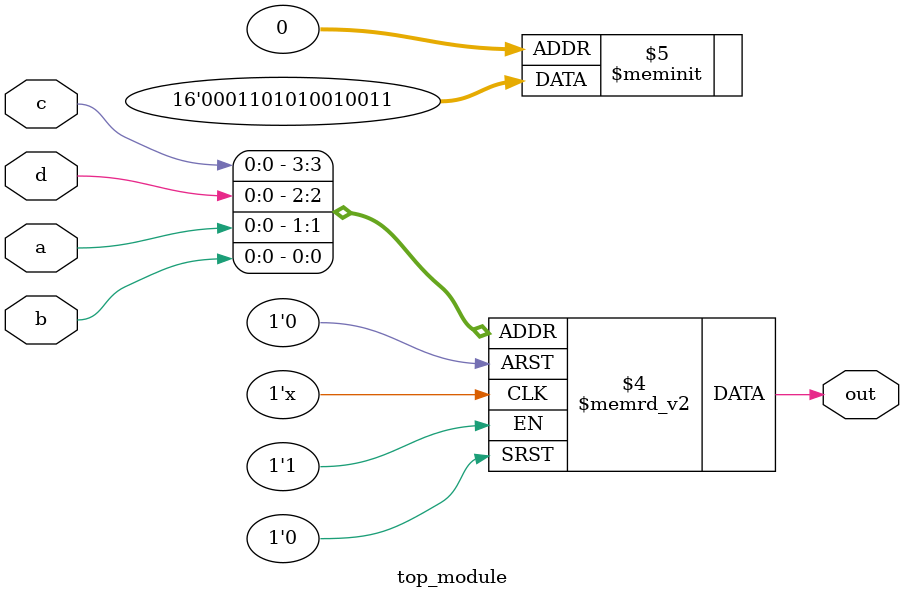
<source format=sv>
module top_module (
    input a, 
    input b,
    input c,
    input d,
    output reg out
);

always @(*) begin
    case ({c, d, a, b})
        4'b0000: out = 1'b1;
        4'b0001: out = 1'b1;
        4'b0011: out = 1'b0;
        4'b0100: out = 1'b1;
        4'b0101: out = 1'b0;
        4'b0111: out = 1'b1;
        4'b1000: out = 1'b0;
        4'b1001: out = 1'b1;
        4'b1011: out = 1'b1;
        4'b1100: out = 1'b1;
        default: out = 1'b0;
    endcase
end

endmodule

</source>
